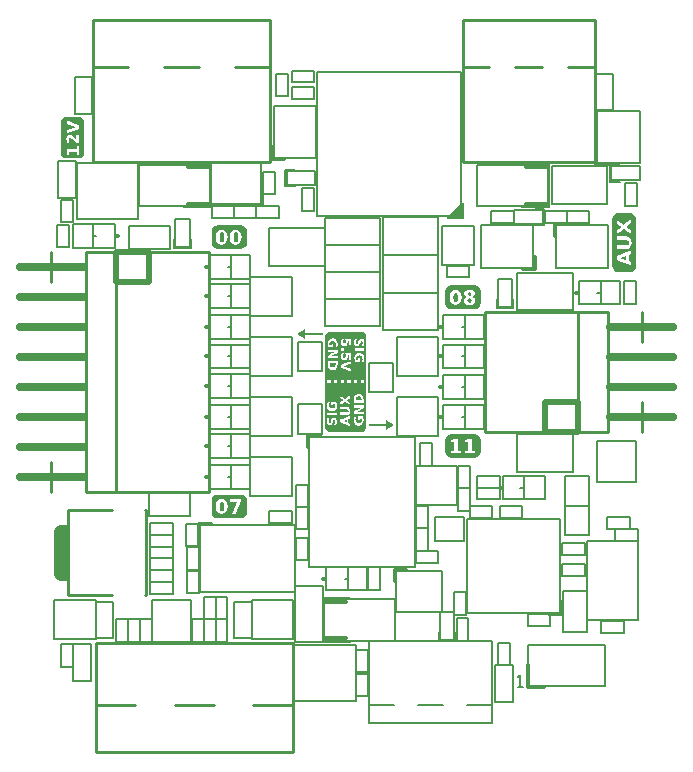
<source format=gbr>
G04 start of page 10 for group -4079 idx -4079 *
G04 Title: (unknown), topsilk *
G04 Creator: pcb 1.99z *
G04 CreationDate: Wed 03 Sep 2014 19:40:39 GMT UTC *
G04 For: rbarlow *
G04 Format: Gerber/RS-274X *
G04 PCB-Dimensions (mm): 70.00 74.00 *
G04 PCB-Coordinate-Origin: lower left *
%MOMM*%
%FSLAX43Y43*%
%LNTOPSILK*%
%ADD145C,1.250*%
%ADD144C,0.500*%
%ADD143C,0.640*%
%ADD142C,0.250*%
%ADD141C,0.350*%
%ADD140C,0.300*%
%ADD139C,0.200*%
%ADD138C,0.150*%
%ADD137C,0.002*%
G54D137*G36*
X11790Y59031D02*X12034Y58943D01*
X11790Y58855D01*
Y59031D01*
G37*
G36*
Y59790D02*X12280D01*
X12474Y59750D01*
X12635Y59642D01*
X12744Y59482D01*
X12784Y59287D01*
Y56792D01*
X12744Y56596D01*
X12635Y56436D01*
X12474Y56327D01*
X12280Y56289D01*
X11790D01*
Y56836D01*
X12122D01*
Y56597D01*
X12306D01*
Y57321D01*
X12122D01*
Y57082D01*
X11790D01*
Y57888D01*
X12111Y57532D01*
X12306D01*
Y58273D01*
X12111D01*
Y57824D01*
X11917Y58044D01*
X11808Y58160D01*
X11790Y58176D01*
Y58595D01*
X12306Y58784D01*
Y59103D01*
X11790Y59292D01*
Y59790D01*
G37*
G36*
X10780Y56792D02*Y59287D01*
X10819Y59482D01*
X10928Y59642D01*
X11088Y59750D01*
X11285Y59790D01*
X11790D01*
Y59292D01*
X11273Y59482D01*
Y59217D01*
X11790Y59031D01*
Y58855D01*
X11273Y58670D01*
Y58405D01*
X11790Y58595D01*
Y58176D01*
X11726Y58229D01*
X11564Y58273D01*
X11433Y58245D01*
X11335Y58167D01*
X11275Y58041D01*
X11256Y57876D01*
X11273Y57708D01*
X11318Y57532D01*
X11549D01*
X11468Y57691D01*
X11442Y57824D01*
X11486Y57956D01*
X11600Y58000D01*
X11688Y57982D01*
X11777Y57902D01*
X11790Y57888D01*
Y57082D01*
X11273D01*
Y56836D01*
X11328Y56597D01*
X11505D01*
X11461Y56836D01*
X11790D01*
Y56289D01*
X11285D01*
X11088Y56327D01*
X10928Y56436D01*
X10819Y56596D01*
X10780Y56792D01*
G37*
G36*
X25590Y27187D02*X25723D01*
X25590Y26900D01*
Y27187D01*
G37*
G36*
Y27805D02*X26049D01*
X26244Y27766D01*
X26403Y27657D01*
X26512Y27498D01*
X26552Y27302D01*
Y26305D01*
X26512Y26111D01*
X26403Y25951D01*
X26244Y25842D01*
X26049Y25802D01*
X25590D01*
Y26229D01*
X26058Y27238D01*
Y27415D01*
X25590D01*
Y27805D01*
G37*
G36*
X24422D02*X25590D01*
Y27415D01*
X25123D01*
Y27187D01*
X25590D01*
Y26900D01*
X25264Y26191D01*
X25572D01*
X25590Y26229D01*
Y25802D01*
X24422D01*
Y26166D01*
X24426Y26165D01*
X24638Y26207D01*
X24796Y26332D01*
X24896Y26532D01*
X24929Y26797D01*
X24896Y27073D01*
X24796Y27276D01*
X24638Y27401D01*
X24426Y27444D01*
X24422Y27443D01*
Y27805D01*
G37*
G36*
X24057D02*X24422D01*
Y27443D01*
X24208Y27401D01*
X24047Y27276D01*
X23948Y27073D01*
X23915Y26797D01*
X23948Y26532D01*
X24047Y26332D01*
X24208Y26207D01*
X24422Y26166D01*
Y25802D01*
X24057D01*
X23861Y25842D01*
X23701Y25951D01*
X23592Y26111D01*
X23554Y26305D01*
Y27302D01*
X23592Y27498D01*
X23701Y27657D01*
X23861Y27766D01*
X24057Y27805D01*
G37*
G36*
X24426Y27223D02*X24511Y27204D01*
X24568Y27135D01*
X24600Y27007D01*
X24612Y26808D01*
X24600Y26606D01*
X24568Y26474D01*
X24511Y26400D01*
X24426Y26376D01*
X24336Y26400D01*
X24277Y26474D01*
X24242Y26606D01*
X24233Y26808D01*
X24242Y27007D01*
X24277Y27135D01*
X24336Y27204D01*
X24426Y27223D01*
G37*
G36*
X45439Y32909D02*X45849D01*
X46044Y32870D01*
X46203Y32762D01*
X46312Y32602D01*
X46352Y32406D01*
Y31410D01*
X46312Y31215D01*
X46203Y31056D01*
X46044Y30947D01*
X45849Y30907D01*
X45439D01*
Y31286D01*
X45875D01*
Y31506D01*
X45593D01*
Y32520D01*
X45439D01*
Y32909D01*
G37*
G36*
X44258D02*X45439D01*
Y32520D01*
X45284D01*
X45003Y32457D01*
Y32247D01*
X45294Y32300D01*
Y31506D01*
X45012D01*
Y31286D01*
X45439D01*
Y30907D01*
X44258D01*
Y31286D01*
X44695D01*
Y31506D01*
X44412D01*
Y32520D01*
X44258D01*
Y32909D01*
G37*
G36*
X43857D02*X44258D01*
Y32520D01*
X44112D01*
X43821Y32457D01*
Y32247D01*
X44112Y32300D01*
Y31506D01*
X43829D01*
Y31286D01*
X44258D01*
Y30907D01*
X43857D01*
X43661Y30947D01*
X43501Y31056D01*
X43392Y31215D01*
X43354Y31410D01*
Y32406D01*
X43392Y32602D01*
X43501Y32762D01*
X43661Y32870D01*
X43857Y32909D01*
G37*
G36*
X25607Y50607D02*X26052D01*
X26247Y50569D01*
X26407Y50460D01*
X26515Y50300D01*
X26555Y50104D01*
Y49108D01*
X26515Y48914D01*
X26407Y48754D01*
X26247Y48645D01*
X26052Y48605D01*
X25607D01*
Y48968D01*
X25819Y49010D01*
X25982Y49134D01*
X26081Y49334D01*
X26114Y49600D01*
X26081Y49876D01*
X25982Y50078D01*
X25819Y50204D01*
X25607Y50245D01*
Y50607D01*
G37*
G36*
X24425D02*X25607D01*
Y50245D01*
X25603Y50246D01*
X25390Y50204D01*
X25232Y50078D01*
X25133Y49876D01*
X25100Y49600D01*
X25133Y49334D01*
X25232Y49134D01*
X25390Y49010D01*
X25603Y48967D01*
X25607Y48968D01*
Y48605D01*
X24425D01*
Y48968D01*
X24430Y48967D01*
X24641Y49010D01*
X24800Y49134D01*
X24899Y49334D01*
X24932Y49600D01*
X24899Y49876D01*
X24800Y50078D01*
X24641Y50204D01*
X24430Y50246D01*
X24425Y50245D01*
Y50607D01*
G37*
G36*
X24060D02*X24425D01*
Y50245D01*
X24211Y50204D01*
X24050Y50078D01*
X23951Y49876D01*
X23918Y49600D01*
X23951Y49334D01*
X24050Y49134D01*
X24211Y49010D01*
X24425Y48968D01*
Y48605D01*
X24060D01*
X23864Y48645D01*
X23704Y48754D01*
X23595Y48914D01*
X23557Y49108D01*
Y50104D01*
X23595Y50300D01*
X23704Y50460D01*
X23864Y50569D01*
X24060Y50607D01*
G37*
G36*
X25603Y50026D02*X25693Y50006D01*
X25753Y49938D01*
X25785Y49809D01*
X25798Y49611D01*
X25785Y49408D01*
X25753Y49276D01*
X25691Y49203D01*
X25603Y49178D01*
X25518Y49203D01*
X25461Y49276D01*
X25428Y49408D01*
X25417Y49611D01*
X25428Y49809D01*
X25461Y49938D01*
X25518Y50006D01*
X25603Y50026D01*
G37*
G36*
X24430D02*X24514Y50006D01*
X24571Y49938D01*
X24603Y49809D01*
X24615Y49611D01*
X24603Y49408D01*
X24571Y49276D01*
X24514Y49203D01*
X24430Y49178D01*
X24340Y49203D01*
X24280Y49276D01*
X24247Y49408D01*
X24236Y49611D01*
X24247Y49809D01*
X24280Y49938D01*
X24340Y50006D01*
X24430Y50026D01*
G37*
G36*
X30795Y41401D02*X31487Y41800D01*
Y41504D01*
X32951D01*
Y41302D01*
X31487D01*
Y41001D01*
X30795Y41401D01*
G37*
G36*
X39018Y33700D02*X38326Y33301D01*
Y33605D01*
X36860D01*
Y33799D01*
X38326D01*
Y34101D01*
X39018Y33700D01*
G37*
G36*
X34875Y35040D02*X34954D01*
X35104Y35006D01*
X35148Y34900D01*
X35104Y34785D01*
X34954Y34758D01*
X34875D01*
Y35040D01*
G37*
G36*
X36004Y35164D02*X36154D01*
X36004Y35084D01*
Y35164D01*
G37*
G36*
Y34114D02*X36100D01*
Y34246D01*
X36259D01*
X36268Y34194D01*
X36277Y34132D01*
X36259Y34022D01*
X36206Y33938D01*
X36120Y33891D01*
X36004Y33876D01*
X36004Y33876D01*
Y34114D01*
G37*
G36*
X36312Y40796D02*X36321Y40791D01*
X36339Y40677D01*
X36321Y40552D01*
X36312Y40525D01*
Y40796D01*
G37*
G36*
Y39401D02*X36339Y39327D01*
X36321Y39195D01*
X36312Y39174D01*
Y39401D01*
G37*
G36*
Y41571D02*X36348Y41564D01*
X36508Y41455D01*
X36616Y41295D01*
X36656Y41099D01*
Y33603D01*
X36616Y33409D01*
X36508Y33249D01*
X36348Y33140D01*
X36312Y33132D01*
Y33779D01*
X36312Y33780D01*
X36398Y33921D01*
X36427Y34106D01*
X36409Y34282D01*
X36357Y34441D01*
X36312D01*
Y34626D01*
X36419D01*
Y34830D01*
X36312D01*
Y35072D01*
X36419Y35128D01*
Y35367D01*
X36312D01*
Y35579D01*
X36419D01*
Y35800D01*
X36410Y35964D01*
X36391Y36081D01*
X36312Y36212D01*
Y37263D01*
X36453D01*
Y37546D01*
X36312D01*
Y39053D01*
X36435D01*
X36479Y39195D01*
X36497Y39354D01*
X36468Y39544D01*
X36383Y39688D01*
X36312Y39737D01*
Y39971D01*
X36479D01*
Y40182D01*
X36312D01*
Y40420D01*
X36453D01*
X36479Y40570D01*
X36497Y40711D01*
X36478Y40843D01*
X36427Y40941D01*
X36348Y41000D01*
X36312Y41007D01*
Y41571D01*
G37*
G36*
Y40182D02*X36004D01*
Y40406D01*
X36066Y40430D01*
X36154Y40623D01*
X36170Y40711D01*
X36206Y40799D01*
X36250Y40827D01*
X36312Y40796D01*
Y40525D01*
X36277Y40420D01*
X36312D01*
Y40182D01*
G37*
G36*
Y39737D02*X36245Y39782D01*
X36066Y39812D01*
X36004Y39801D01*
Y39971D01*
X36312D01*
Y39737D01*
G37*
G36*
Y36212D02*X36295Y36240D01*
X36170Y36319D01*
X36004Y36355D01*
X36004Y36355D01*
Y39027D01*
X36110D01*
Y39354D01*
X36004D01*
Y39582D01*
X36066Y39592D01*
X36182Y39574D01*
X36268Y39520D01*
X36312Y39401D01*
Y39174D01*
X36259Y39053D01*
X36312D01*
Y37546D01*
X36170D01*
Y37263D01*
X36312D01*
Y36212D01*
G37*
G36*
Y35367D02*X36004D01*
Y35579D01*
X36312D01*
Y35367D01*
G37*
G36*
Y34830D02*X36004D01*
Y34909D01*
X36312Y35072D01*
Y34830D01*
G37*
G36*
Y34441D02*X36004D01*
Y34626D01*
X36312D01*
Y34441D01*
G37*
G36*
Y33132D02*X36154Y33100D01*
X36004D01*
Y33655D01*
X36004Y33655D01*
X36178Y33688D01*
X36312Y33779D01*
Y33132D01*
G37*
G36*
X36004Y41602D02*X36154D01*
X36312Y41571D01*
Y41007D01*
X36242Y41020D01*
X36082Y40967D01*
X36004Y40802D01*
Y41602D01*
G37*
G36*
Y39354D02*X35968D01*
Y39221D01*
X35810D01*
X35801Y39274D01*
X35792Y39336D01*
X35862Y39520D01*
X35949Y39573D01*
X36004Y39582D01*
Y39354D01*
G37*
G36*
Y34830D02*X35854D01*
X36004Y34909D01*
Y34830D01*
G37*
G36*
X35748Y33737D02*X35823Y33687D01*
X36004Y33655D01*
Y33100D01*
X35748D01*
Y33737D01*
G37*
G36*
Y34626D02*X36004D01*
Y34441D01*
X35960D01*
Y34114D01*
X36004D01*
Y33876D01*
X35801Y33947D01*
X35748Y34090D01*
Y34274D01*
X35810Y34415D01*
X35748D01*
Y34626D01*
G37*
G36*
Y35164D02*X36004D01*
Y35084D01*
X35748Y34948D01*
Y35164D01*
G37*
G36*
Y35579D02*X36004D01*
Y35367D01*
X35748D01*
Y35579D01*
G37*
G36*
Y39027D02*X36004D01*
Y36355D01*
X35836Y36319D01*
X35748Y36263D01*
Y37263D01*
X35890D01*
Y37546D01*
X35748D01*
Y39027D01*
G37*
G36*
Y39971D02*X36004D01*
Y39801D01*
X35890Y39781D01*
X35757Y39688D01*
X35748Y39674D01*
Y39971D01*
G37*
G36*
Y40422D02*X35787Y40393D01*
X35906Y40368D01*
X36004Y40406D01*
Y40182D01*
X35748D01*
Y40422D01*
G37*
G36*
Y41602D02*X36004D01*
Y40802D01*
X35994Y40782D01*
X35978Y40703D01*
X35942Y40596D01*
X35880Y40578D01*
X35818Y40614D01*
X35792Y40720D01*
X35818Y40861D01*
X35880Y41011D01*
X35748D01*
Y41602D01*
G37*
G36*
Y34090D02*X35730Y34140D01*
X35748Y34273D01*
X35748Y34274D01*
Y34090D01*
G37*
G36*
X35183Y41602D02*X35748D01*
Y41011D01*
X35695D01*
X35651Y40853D01*
X35641Y40694D01*
X35655Y40554D01*
X35703Y40456D01*
X35748Y40422D01*
Y40182D01*
X35659D01*
Y39971D01*
X35748D01*
Y39674D01*
X35670Y39548D01*
X35641Y39362D01*
X35659Y39185D01*
X35721Y39027D01*
X35748D01*
Y37546D01*
X35607D01*
Y37263D01*
X35748D01*
Y36263D01*
X35713Y36240D01*
X35615Y36081D01*
X35589Y35800D01*
Y35579D01*
X35748D01*
Y35367D01*
X35589D01*
Y35164D01*
X35748D01*
Y34948D01*
X35589Y34864D01*
Y34626D01*
X35748D01*
Y34415D01*
X35633D01*
X35589Y34273D01*
X35581Y34114D01*
X35604Y33924D01*
X35686Y33780D01*
X35748Y33737D01*
Y33100D01*
X35183D01*
Y33642D01*
X35289Y33603D01*
Y33823D01*
X35183Y33855D01*
Y34218D01*
X35289Y34256D01*
Y34467D01*
X35183Y34429D01*
Y34605D01*
X35218Y34626D01*
X35279Y34740D01*
X35298Y34900D01*
X35279Y35055D01*
X35218Y35164D01*
X35183Y35185D01*
Y35448D01*
X35289Y35375D01*
Y35596D01*
X35183Y35668D01*
Y35911D01*
X35289Y35984D01*
Y36205D01*
X35183Y36132D01*
Y37263D01*
X35324D01*
Y37546D01*
X35183D01*
Y38296D01*
X35351Y38233D01*
Y38445D01*
X35183Y38506D01*
Y38826D01*
X35351Y38886D01*
Y39097D01*
X35183Y39034D01*
Y39600D01*
X35192D01*
Y39239D01*
X35351D01*
Y39768D01*
X35183D01*
Y40809D01*
X35192D01*
Y40456D01*
X35351D01*
Y40985D01*
X35183D01*
Y41602D01*
G37*
G36*
Y39768D02*X34883D01*
X34928Y39652D01*
X34936Y39556D01*
X34902Y39432D01*
X34875Y39421D01*
Y40409D01*
X34915Y40418D01*
X35007Y40482D01*
X35061Y40580D01*
X35078Y40711D01*
Y40765D01*
X35068Y40809D01*
X35183D01*
Y39768D01*
G37*
G36*
Y39034D02*X34875Y38918D01*
Y39193D01*
X34915Y39201D01*
X35007Y39265D01*
X35061Y39363D01*
X35078Y39494D01*
Y39548D01*
X35068Y39600D01*
X35183D01*
Y39034D01*
G37*
G36*
Y38506D02*X34875Y38618D01*
Y38714D01*
X35183Y38826D01*
Y38506D01*
G37*
G36*
Y36132D02*X34875Y35920D01*
Y38412D01*
X35183Y38296D01*
Y37546D01*
X35042D01*
Y37263D01*
X35183D01*
Y36132D01*
G37*
G36*
Y35668D02*X35007Y35790D01*
X35183Y35911D01*
Y35668D01*
G37*
G36*
Y35185D02*X35108Y35230D01*
X34954Y35252D01*
X34875D01*
Y35661D01*
X35183Y35448D01*
Y35185D01*
G37*
G36*
Y34429D02*X34875Y34318D01*
Y34537D01*
X34954D01*
X35108Y34561D01*
X35183Y34605D01*
Y34429D01*
G37*
G36*
Y33855D02*X35140Y33868D01*
Y34202D01*
X35183Y34218D01*
Y33855D01*
G37*
G36*
Y33100D02*X34875D01*
Y33757D01*
X35183Y33642D01*
Y33100D01*
G37*
G36*
X34875Y41602D02*X35183D01*
Y40985D01*
X34883D01*
X34928Y40871D01*
X34936Y40773D01*
X34902Y40650D01*
X34875Y40639D01*
Y41602D01*
G37*
G36*
Y38618D02*X34743Y38666D01*
X34875Y38714D01*
Y38618D01*
G37*
G36*
X33746Y39873D02*X33966D01*
X33746Y39756D01*
Y39873D01*
G37*
G36*
Y35349D02*X33843D01*
Y35481D01*
X34002D01*
X34010Y35429D01*
X34019Y35367D01*
X34002Y35257D01*
X33949Y35173D01*
X33861Y35126D01*
X33746Y35110D01*
Y35349D01*
G37*
G36*
X34619Y33852D02*X34875Y33757D01*
Y33100D01*
X34619D01*
Y33852D01*
G37*
G36*
Y34537D02*X34875D01*
Y34318D01*
X34619Y34225D01*
Y34537D01*
G37*
G36*
Y35040D02*X34875D01*
Y34758D01*
X34619D01*
Y35040D01*
G37*
G36*
Y35495D02*X34865Y35667D01*
X34875Y35661D01*
Y35252D01*
X34619D01*
Y35495D01*
G37*
G36*
Y35861D02*X34725Y35790D01*
X34619Y35719D01*
Y35861D01*
G37*
G36*
Y38509D02*X34875Y38412D01*
Y35920D01*
X34865Y35914D01*
X34619Y36086D01*
Y37263D01*
X34760D01*
Y37546D01*
X34619D01*
Y38509D01*
G37*
G36*
Y39246D02*X34674Y39203D01*
X34795Y39177D01*
X34875Y39193D01*
Y38918D01*
X34619Y38822D01*
Y39246D01*
G37*
G36*
Y40456D02*X34674Y40416D01*
X34795Y40394D01*
X34875Y40409D01*
Y39421D01*
X34795Y39388D01*
X34689Y39432D01*
X34655Y39556D01*
X34671Y39670D01*
X34733Y39803D01*
X34619D01*
Y40005D01*
X34743D01*
Y40200D01*
X34619D01*
Y40456D01*
G37*
G36*
Y41602D02*X34875D01*
Y40639D01*
X34795Y40606D01*
X34689Y40650D01*
X34655Y40773D01*
X34671Y40887D01*
X34733Y41011D01*
X34619D01*
Y41602D01*
G37*
G36*
X34055Y40634D02*X34081Y40562D01*
X34064Y40430D01*
X34055Y40410D01*
Y40634D01*
G37*
G36*
Y41602D02*X34619D01*
Y41011D01*
X34566D01*
X34522Y40879D01*
X34513Y40738D01*
X34529Y40592D01*
X34583Y40482D01*
X34619Y40456D01*
Y40200D01*
X34531D01*
Y40005D01*
X34619D01*
Y39803D01*
X34566D01*
X34522Y39662D01*
X34513Y39520D01*
X34529Y39380D01*
X34583Y39274D01*
X34619Y39246D01*
Y38822D01*
X34531Y38789D01*
Y38542D01*
X34619Y38509D01*
Y37546D01*
X34478D01*
Y37263D01*
X34619D01*
Y36086D01*
X34460Y36196D01*
Y35966D01*
X34619Y35861D01*
Y35719D01*
X34460Y35614D01*
Y35385D01*
X34619Y35495D01*
Y35252D01*
X34460D01*
Y35040D01*
X34619D01*
Y34758D01*
X34460D01*
Y34537D01*
X34619D01*
Y34225D01*
X34460Y34168D01*
Y33912D01*
X34619Y33852D01*
Y33100D01*
X34055D01*
Y33691D01*
X34116D01*
X34160Y33850D01*
X34170Y34000D01*
X34154Y34144D01*
X34108Y34246D01*
X34055Y34287D01*
Y34521D01*
X34160D01*
Y34731D01*
X34055D01*
Y35016D01*
X34141Y35156D01*
X34170Y35341D01*
X34152Y35517D01*
X34098Y35676D01*
X34055D01*
Y37263D01*
X34196D01*
Y37546D01*
X34055D01*
Y38431D01*
X34108Y38462D01*
X34196Y38622D01*
X34222Y38903D01*
Y39123D01*
X34055D01*
Y39336D01*
X34222D01*
Y39538D01*
X34055D01*
Y39750D01*
X34222Y39839D01*
Y40067D01*
X34055D01*
Y40288D01*
X34178D01*
X34222Y40430D01*
X34240Y40588D01*
X34211Y40778D01*
X34126Y40923D01*
X34055Y40971D01*
Y41602D01*
G37*
G36*
Y40067D02*X33746D01*
Y40262D01*
X33851D01*
Y40588D01*
X33746D01*
Y40817D01*
X33807Y40827D01*
X33923Y40809D01*
X34010Y40755D01*
X34055Y40634D01*
Y40410D01*
X34002Y40288D01*
X34055D01*
Y40067D01*
G37*
G36*
Y39538D02*X33746D01*
Y39585D01*
X34055Y39750D01*
Y39538D01*
G37*
G36*
Y39123D02*X33746D01*
Y39336D01*
X34055D01*
Y39123D01*
G37*
G36*
Y35676D02*X33746D01*
Y38361D01*
X33807Y38348D01*
X33975Y38384D01*
X34055Y38431D01*
Y37546D01*
X33913D01*
Y37263D01*
X34055D01*
Y35676D01*
G37*
G36*
Y34731D02*X33746D01*
Y34890D01*
X33920Y34923D01*
X34054Y35014D01*
X34055Y35016D01*
Y34731D01*
G37*
G36*
Y34287D02*X34022Y34311D01*
X33905Y34335D01*
X33746Y34273D01*
Y34521D01*
X34055D01*
Y34287D01*
G37*
G36*
Y33100D02*X33746D01*
Y33771D01*
X33817Y33920D01*
X33833Y34000D01*
X33869Y34096D01*
X33931Y34124D01*
X33993Y34088D01*
X34019Y33982D01*
X34002Y33841D01*
X33931Y33691D01*
X34055D01*
Y33100D01*
G37*
G36*
X33746Y41602D02*X34055D01*
Y40971D01*
X33986Y41017D01*
X33807Y41047D01*
X33746Y41036D01*
Y41602D01*
G37*
G36*
Y40588D02*X33711D01*
Y40456D01*
X33552D01*
X33543Y40508D01*
X33534Y40570D01*
X33605Y40755D01*
X33690Y40807D01*
X33746Y40817D01*
Y40588D01*
G37*
G36*
Y39538D02*X33657D01*
X33746Y39585D01*
Y39538D01*
G37*
G36*
X33499Y33696D02*X33569Y33683D01*
X33729Y33735D01*
X33746Y33771D01*
Y33100D01*
X33657D01*
X33499Y33132D01*
Y33696D01*
G37*
G36*
Y34521D02*X33746D01*
Y34273D01*
X33745Y34273D01*
X33657Y34080D01*
X33640Y33992D01*
X33613Y33894D01*
X33561Y33876D01*
X33499Y33907D01*
Y34167D01*
X33534Y34273D01*
X33499D01*
Y34521D01*
G37*
G36*
Y34966D02*X33565Y34922D01*
X33745Y34890D01*
X33746Y34890D01*
Y34731D01*
X33499D01*
Y34966D01*
G37*
G36*
Y38493D02*X33516Y38462D01*
X33640Y38384D01*
X33746Y38361D01*
Y35676D01*
X33701D01*
Y35349D01*
X33746D01*
Y35110D01*
X33745Y35110D01*
X33628Y35130D01*
X33543Y35182D01*
X33499Y35302D01*
Y35528D01*
X33552Y35649D01*
X33499D01*
Y37263D01*
X33640D01*
Y37546D01*
X33499D01*
Y38493D01*
G37*
G36*
Y39336D02*X33746D01*
Y39123D01*
X33499D01*
Y39336D01*
G37*
G36*
Y39873D02*X33746D01*
Y39756D01*
X33499Y39625D01*
Y39873D01*
G37*
G36*
Y40262D02*X33746D01*
Y40067D01*
X33499D01*
Y40262D01*
G37*
G36*
X33657Y41602D02*X33746D01*
Y41036D01*
X33632Y41015D01*
X33499Y40924D01*
Y41571D01*
X33657Y41602D01*
G37*
G36*
X33499Y33907D02*X33490Y33912D01*
X33472Y34026D01*
X33490Y34140D01*
X33499Y34167D01*
Y33907D01*
G37*
G36*
Y35302D02*X33472Y35375D01*
X33490Y35507D01*
X33499Y35528D01*
Y35302D01*
G37*
G36*
Y40924D02*X33499Y40923D01*
X33412Y40782D01*
X33384Y40596D01*
X33402Y40420D01*
X33464Y40262D01*
X33499D01*
Y40067D01*
X33402D01*
Y39873D01*
X33499D01*
Y39625D01*
X33402Y39574D01*
Y39336D01*
X33499D01*
Y39123D01*
X33402D01*
Y38903D01*
X33408Y38740D01*
X33428Y38622D01*
X33499Y38493D01*
Y37546D01*
X33358D01*
Y37263D01*
X33499D01*
Y35649D01*
X33376D01*
X33332Y35507D01*
X33322Y35349D01*
X33346Y35159D01*
X33428Y35014D01*
X33499Y34966D01*
Y34731D01*
X33332D01*
Y34521D01*
X33499D01*
Y34273D01*
X33358D01*
X33332Y34132D01*
X33322Y33992D01*
X33336Y33861D01*
X33384Y33761D01*
X33461Y33704D01*
X33499Y33696D01*
Y33132D01*
X33461Y33140D01*
X33302Y33249D01*
X33194Y33409D01*
X33156Y33603D01*
Y41099D01*
X33194Y41295D01*
X33302Y41455D01*
X33461Y41564D01*
X33499Y41571D01*
Y40924D01*
G37*
G36*
X34980Y34150D02*Y33920D01*
X34655Y34036D01*
X34980Y34150D01*
G37*
G36*
X36004Y36134D02*X36188Y36064D01*
X36235Y35977D01*
X36250Y35860D01*
Y35790D01*
X35748D01*
Y35860D01*
X35765Y35979D01*
X35818Y36064D01*
X36004Y36134D01*
G37*
G36*
X33561Y38912D02*X34064D01*
Y38832D01*
X34044Y38721D01*
X33993Y38638D01*
X33807Y38568D01*
X33623Y38638D01*
X33574Y38721D01*
X33561Y38832D01*
Y38912D01*
G37*
G36*
X58486Y49355D02*X58607D01*
X58738Y49341D01*
X58827Y49302D01*
X58874Y49239D01*
X58889Y49142D01*
X58874Y49043D01*
X58827Y48976D01*
X58738Y48936D01*
X58607Y48922D01*
X58486D01*
Y49355D01*
G37*
G36*
Y51656D02*X58996D01*
X59190Y51616D01*
X59351Y51509D01*
X59460Y51349D01*
X59500Y51154D01*
Y47150D01*
X59460Y46954D01*
X59351Y46794D01*
X59190Y46686D01*
X58996Y46647D01*
X58486D01*
Y47432D01*
X59103Y47202D01*
Y47521D01*
X58882Y47599D01*
Y48102D01*
X59103Y48182D01*
Y48499D01*
X58486Y48270D01*
Y48605D01*
X58607D01*
X58834Y48638D01*
X58996Y48737D01*
X59093Y48906D01*
X59128Y49142D01*
X59093Y49375D01*
X58996Y49540D01*
X58834Y49639D01*
X58607Y49672D01*
X58486D01*
Y50282D01*
X59103Y49858D01*
Y50193D01*
X58677Y50483D01*
X59103Y50766D01*
Y51101D01*
X58486Y50677D01*
Y51656D01*
G37*
G36*
X57496Y47150D02*Y51154D01*
X57535Y51349D01*
X57644Y51509D01*
X57804Y51616D01*
X58001Y51656D01*
X58486D01*
Y50677D01*
X58475Y50670D01*
X57868Y51083D01*
Y50748D01*
X58265Y50483D01*
X57868Y50211D01*
Y49876D01*
X58475Y50289D01*
X58486Y50282D01*
Y49672D01*
X57868D01*
Y49355D01*
X58486D01*
Y48922D01*
X57868D01*
Y48605D01*
X58486D01*
Y48270D01*
X57868Y48040D01*
Y47661D01*
X58486Y47432D01*
Y46647D01*
X58001D01*
X57804Y46686D01*
X57644Y46794D01*
X57535Y46954D01*
X57496Y47150D01*
G37*
G36*
X58158Y47856D02*X58651Y48024D01*
Y47679D01*
X58158Y47856D01*
G37*
G36*
X45398Y44439D02*X45539Y44389D01*
X45583Y44248D01*
X45539Y44106D01*
X45398Y44062D01*
X45266Y44106D01*
X45212Y44248D01*
X45266Y44389D01*
X45398Y44439D01*
G37*
G36*
Y44944D02*X45513Y44900D01*
X45557Y44793D01*
X45513Y44679D01*
X45398Y44636D01*
X45284Y44679D01*
X45240Y44793D01*
X45284Y44900D01*
X45398Y44944D01*
G37*
G36*
X45398Y45509D02*X45848D01*
X46042Y45470D01*
X46202Y45362D01*
X46311Y45201D01*
X46351Y45006D01*
Y44010D01*
X46311Y43815D01*
X46202Y43656D01*
X46042Y43547D01*
X45848Y43507D01*
X45398D01*
Y43860D01*
X45398Y43860D01*
X45608Y43884D01*
X45760Y43954D01*
X45852Y44072D01*
X45883Y44230D01*
X45822Y44433D01*
X45627Y44547D01*
X45804Y44645D01*
X45857Y44821D01*
X45828Y44959D01*
X45742Y45057D01*
X45597Y45123D01*
X45398Y45145D01*
X45398Y45145D01*
Y45509D01*
G37*
G36*
X44220D02*X45398D01*
Y45145D01*
X45199Y45123D01*
X45054Y45057D01*
X44967Y44959D01*
X44940Y44821D01*
X45002Y44645D01*
X45168Y44547D01*
X44975Y44433D01*
X44913Y44230D01*
X44944Y44072D01*
X45036Y43954D01*
X45188Y43884D01*
X45398Y43860D01*
Y43507D01*
X44220D01*
Y43861D01*
X44226Y43860D01*
X44437Y43902D01*
X44595Y44028D01*
X44694Y44230D01*
X44727Y44503D01*
X44694Y44777D01*
X44595Y44980D01*
X44437Y45105D01*
X44226Y45145D01*
X44220Y45144D01*
Y45509D01*
G37*
G36*
X43855D02*X44220D01*
Y45144D01*
X44007Y45105D01*
X43845Y44980D01*
X43746Y44777D01*
X43713Y44503D01*
X43746Y44230D01*
X43845Y44028D01*
X44007Y43902D01*
X44220Y43861D01*
Y43507D01*
X43855D01*
X43659Y43547D01*
X43500Y43656D01*
X43391Y43815D01*
X43352Y44010D01*
Y45006D01*
X43391Y45201D01*
X43500Y45362D01*
X43659Y45470D01*
X43855Y45509D01*
G37*
G36*
X44226Y44925D02*X44310Y44901D01*
X44366Y44830D01*
X44398Y44702D01*
X44410Y44503D01*
X44398Y44306D01*
X44366Y44175D01*
X44310Y44105D01*
X44226Y44080D01*
X44135Y44105D01*
X44075Y44175D01*
X44042Y44306D01*
X44032Y44503D01*
X44042Y44702D01*
X44075Y44830D01*
X44135Y44901D01*
X44226Y44925D01*
G37*
G54D138*X49500Y12343D02*X49703Y12546D01*
Y11530D01*
X49500D02*X49881D01*
X43450Y46200D02*X45350D01*
X43450Y47200D02*X45350D01*
Y46200D01*
X43450Y47200D02*Y46200D01*
G54D139*X43050Y50550D02*X45750D01*
X43050Y47250D02*X45750D01*
X43050Y50550D02*Y47250D01*
X45750Y50550D02*Y47250D01*
X46400Y47000D02*X50800D01*
X46400Y50600D02*X50800D01*
Y47000D01*
X46400Y50600D02*Y47000D01*
G54D140*X50900Y47900D02*Y46900D01*
X49900D02*X50900D01*
G54D138*X47250Y51800D02*X49150D01*
X47250Y50800D02*X49150D01*
X47250Y51800D02*Y50800D01*
X49150Y51800D02*Y50800D01*
G54D139*X52350Y55600D02*X57050D01*
X52350Y52400D02*X57050D01*
X52350Y55600D02*Y52400D01*
X57050Y55600D02*Y52400D01*
X46000Y55750D02*X52000D01*
X46000Y52250D02*X52000D01*
X46000Y55750D02*Y52250D01*
X52000Y55750D02*Y52250D01*
X52100Y55850D02*Y52150D01*
X49800Y55850D02*X52100D01*
G54D141*X50200Y55550D02*X51900D01*
G54D139*X49800Y52150D02*X52100D01*
G54D141*X50200Y52450D02*X51900D01*
G54D142*X44800Y68000D02*Y56000D01*
X56000Y68000D02*Y56000D01*
X44800D02*X56000D01*
X44800Y68000D02*X56000D01*
X53760Y64000D02*X56000D01*
X49280D02*X51520D01*
X44800D02*X47040D01*
G54D139*X57550Y63450D02*Y60350D01*
X56050Y63450D02*Y60350D01*
Y63450D02*X57550D01*
X56050Y60350D02*X57550D01*
G54D138*X58600Y54150D02*Y52250D01*
X59600Y54150D02*Y52250D01*
X58600D02*X59600D01*
X58600Y54150D02*X59600D01*
G54D139*X56200Y60300D02*Y55900D01*
X59800Y60300D02*Y55900D01*
X56200D02*X59800D01*
X56200Y60300D02*X59800D01*
G54D140*X56100Y55800D02*X57100D01*
X56100Y56800D02*Y55800D01*
G54D138*X57400Y54400D02*X59800D01*
X57400Y55600D02*X59800D01*
Y54400D01*
X57400Y55600D02*Y54400D01*
X57300Y55700D02*Y54300D01*
X58100D01*
X57300Y55700D02*X58100D01*
G54D139*X33150Y42050D02*X37850D01*
X33150Y44350D02*X37850D01*
Y42050D01*
X33150Y44350D02*Y42050D01*
Y44350D02*X37850D01*
X33150Y46650D02*X37850D01*
Y44350D01*
X33150Y46650D02*Y44350D01*
G54D138*X31200Y53750D02*Y51850D01*
X32200Y53750D02*Y51850D01*
X31200D02*X32200D01*
X31200Y53750D02*X32200D01*
X32480Y51420D02*X44680D01*
X32480Y63620D02*X44680D01*
X32480D02*Y51420D01*
X44680Y63620D02*Y51420D01*
X44880Y52520D02*Y51220D01*
X43580D02*X44880D01*
Y52520D02*X43580Y51220D01*
X44880Y52320D02*X43780Y51220D01*
X44880Y52120D02*X43980Y51220D01*
X44880Y51920D02*X44180Y51220D01*
X44880Y51720D02*X44380Y51220D01*
X44880Y51520D02*X44580Y51220D01*
X44880Y51320D02*X44780Y51220D01*
G54D139*X33150Y46650D02*X37850D01*
X33150Y48950D02*X37850D01*
Y46650D01*
X33150Y48950D02*Y46650D01*
Y48950D02*X37850D01*
X33150Y51250D02*X37850D01*
Y48950D01*
X33150Y51250D02*Y48950D01*
X38050Y51300D02*X42750D01*
X38050Y48100D02*X42750D01*
X38050Y51300D02*Y48100D01*
X42750Y51300D02*Y48100D01*
X38050D02*X42750D01*
X38050Y44900D02*X42750D01*
X38050Y48100D02*Y44900D01*
X42750Y48100D02*Y44900D01*
X38050D02*X42750D01*
X38050Y41700D02*X42750D01*
X38050Y44900D02*Y41700D01*
X42750Y44900D02*Y41700D01*
X43150Y43000D02*X46650D01*
X43150Y41000D02*X46650D01*
X43150Y43000D02*Y41000D01*
X46650Y43000D02*Y41000D01*
G54D140*X42900Y42000D02*X43050D01*
G54D139*X45025Y43000D02*Y41000D01*
X44725Y42000D02*X45025D01*
G54D138*X51750Y51800D02*X53650D01*
X51750Y50800D02*X53650D01*
X51750Y51800D02*Y50800D01*
X53650Y51800D02*Y50800D01*
X55550D01*
X53650Y51800D02*X55550D01*
Y50800D01*
X53650Y51800D02*Y50800D01*
G54D139*X52700Y50600D02*X57100D01*
X52700Y47000D02*X57100D01*
X52700Y50600D02*Y47000D01*
X57100Y50600D02*Y47000D01*
G54D140*X52600Y50700D02*Y49700D01*
Y50700D02*X53600D01*
G54D138*X49200Y51900D02*X51600D01*
X49200Y50700D02*X51600D01*
X49200Y51900D02*Y50700D01*
X51600Y51900D02*Y50700D01*
X51700Y52000D02*Y50600D01*
X50900Y52000D02*X51700D01*
X50900Y50600D02*X51700D01*
X49000Y46100D02*Y43700D01*
X47800Y46100D02*Y43700D01*
Y46100D02*X49000D01*
X47800Y43700D02*X49000D01*
X47700Y43600D02*X49100D01*
Y44400D02*Y43600D01*
X47700Y44400D02*Y43600D01*
X58500Y45850D02*Y43950D01*
X59500Y45850D02*Y43950D01*
X58500D02*X59500D01*
X58500Y45850D02*X59500D01*
G54D139*X54650Y45900D02*X58150D01*
X54650Y43900D02*X58150D01*
X54650Y45900D02*Y43900D01*
X58150Y45900D02*Y43900D01*
G54D140*X54400Y44900D02*X54550D01*
G54D139*X56525Y45900D02*Y43900D01*
X56225Y44900D02*X56525D01*
X49450Y43400D02*X54150D01*
X49450Y46600D02*X54150D01*
Y43400D01*
X49450Y46600D02*Y43400D01*
G54D138*X30350Y62700D02*X32250D01*
X30350Y63700D02*X32250D01*
Y62700D01*
X30350Y63700D02*Y62700D01*
Y62300D02*X32250D01*
X30350Y61300D02*X32250D01*
X30350Y62300D02*Y61300D01*
X32250Y62300D02*Y61300D01*
X30000Y63450D02*Y61550D01*
X29000Y63450D02*Y61550D01*
Y63450D02*X30000D01*
X29000Y61550D02*X30000D01*
G54D139*X28800Y60700D02*Y56300D01*
X32400Y60700D02*Y56300D01*
X28800D02*X32400D01*
X28800Y60700D02*X32400D01*
G54D140*X28700Y56200D02*X29700D01*
X28700Y57200D02*Y56200D01*
G54D138*X29900Y54000D02*X32300D01*
X29900Y55200D02*X32300D01*
Y54000D01*
X29900Y55200D02*Y54000D01*
X29800Y55300D02*Y53900D01*
X30600D01*
X29800Y55300D02*X30600D01*
G54D139*X23500Y52450D02*X27700D01*
X23500Y55950D02*X27700D01*
Y52450D01*
X23500Y55950D02*Y52450D01*
G54D140*X27800Y53350D02*Y52350D01*
X26800D02*X27800D01*
G54D139*X17400Y55750D02*X23400D01*
X17400Y52250D02*X23400D01*
X17400Y55750D02*Y52250D01*
X23400Y55750D02*Y52250D01*
X23500Y55850D02*Y52150D01*
X21200Y55850D02*X23500D01*
G54D141*X21600Y55550D02*X23300D01*
G54D139*X21200Y52150D02*X23500D01*
G54D141*X21600Y52450D02*X23300D01*
G54D138*X27900Y55150D02*Y53250D01*
X28900Y55150D02*Y53250D01*
X27900D02*X28900D01*
X27900Y55150D02*X28900D01*
G54D142*X13500Y68000D02*Y56000D01*
X28500Y68000D02*Y56000D01*
X13500D02*X28500D01*
X13500Y68000D02*X28500D01*
X25500Y64000D02*X28500D01*
X19500D02*X22500D01*
X13500D02*X16500D01*
G54D139*X11950Y63150D02*Y60050D01*
X13450Y63150D02*Y60050D01*
X11950D02*X13450D01*
X11950Y63150D02*X13450D01*
G54D138*X10800Y52750D02*Y50850D01*
X11800Y52750D02*Y50850D01*
X10800D02*X11800D01*
X10800Y52750D02*X11800D01*
G54D139*X12050Y56050D02*Y52950D01*
X10550Y56050D02*Y52950D01*
Y56050D02*X12050D01*
X10550Y52950D02*X12050D01*
X17325Y55900D02*Y51100D01*
X12125Y55900D02*Y51100D01*
Y55900D02*X17325D01*
X12125Y51100D02*X17325D01*
G54D138*X11500Y50650D02*Y48750D01*
X10500Y50650D02*Y48750D01*
Y50650D02*X11500D01*
X10500Y48750D02*X11500D01*
G54D139*X11850Y48700D02*X15350D01*
X11850Y50700D02*X15350D01*
Y48700D01*
X11850Y50700D02*Y48700D01*
G54D140*X15450Y49700D02*X15600D01*
G54D139*X13475Y50700D02*Y48700D01*
Y49700D02*X13775D01*
G54D138*X25450Y52200D02*X27350D01*
X25450Y51200D02*X27350D01*
X25450Y52200D02*Y51200D01*
X27350Y52200D02*Y51200D01*
X23550D02*X25450D01*
X23550Y52200D02*X25450D01*
Y51200D01*
X23550Y52200D02*Y51200D01*
X27350Y52200D02*X29250D01*
X27350Y51200D02*X29250D01*
X27350Y52200D02*Y51200D01*
X29250Y52200D02*Y51200D01*
G54D139*X23350Y45600D02*X26850D01*
X23350Y43600D02*X26850D01*
X23350Y45600D02*Y43600D01*
X26850Y45600D02*Y43600D01*
G54D140*X23100Y44600D02*X23250D01*
G54D139*X25225Y45600D02*Y43600D01*
X24925Y44600D02*X25225D01*
X23350Y48100D02*X26850D01*
X23350Y46100D02*X26850D01*
X23350Y48100D02*Y46100D01*
X26850Y48100D02*Y46100D01*
G54D140*X23100Y47100D02*X23250D01*
G54D139*X25225Y48100D02*Y46100D01*
X24925Y47100D02*X25225D01*
X28450Y50400D02*X33150D01*
X28450Y47200D02*X33150D01*
X28450Y50400D02*Y47200D01*
X33150Y50400D02*Y47200D01*
X30350Y41150D02*Y37850D01*
X26850Y41150D02*Y37850D01*
Y41150D02*X30350D01*
X26850Y37850D02*X30350D01*
Y46250D02*Y42950D01*
X26850Y46250D02*Y42950D01*
Y46250D02*X30350D01*
X26850Y42950D02*X30350D01*
X23350Y40500D02*X26850D01*
X23350Y38500D02*X26850D01*
X23350Y40500D02*Y38500D01*
X26850Y40500D02*Y38500D01*
G54D140*X23100Y39500D02*X23250D01*
G54D139*X25225Y40500D02*Y38500D01*
X24925Y39500D02*X25225D01*
X23350Y43000D02*X26850D01*
X23350Y41000D02*X26850D01*
X23350Y43000D02*Y41000D01*
X26850Y43000D02*Y41000D01*
G54D140*X23100Y42000D02*X23250D01*
G54D139*X25225Y43000D02*Y41000D01*
X24925Y42000D02*X25225D01*
X30350Y36050D02*Y32750D01*
X26850Y36050D02*Y32750D01*
Y36050D02*X30350D01*
X26850Y32750D02*X30350D01*
X23350Y32900D02*X26850D01*
X23350Y30900D02*X26850D01*
X23350Y32900D02*Y30900D01*
X26850Y32900D02*Y30900D01*
G54D140*X23100Y31900D02*X23250D01*
G54D139*X25225Y32900D02*Y30900D01*
X24925Y31900D02*X25225D01*
X23350Y35400D02*X26850D01*
X23350Y33400D02*X26850D01*
X23350Y35400D02*Y33400D01*
X26850Y35400D02*Y33400D01*
G54D140*X23100Y34400D02*X23250D01*
G54D139*X25225Y35400D02*Y33400D01*
X24925Y34400D02*X25225D01*
X23350Y38000D02*X26850D01*
X23350Y36000D02*X26850D01*
X23350Y38000D02*Y36000D01*
X26850Y38000D02*Y36000D01*
G54D140*X23100Y37000D02*X23250D01*
G54D139*X25225Y38000D02*Y36000D01*
X24925Y37000D02*X25225D01*
G54D142*X23310Y48350D02*Y28030D01*
X15440Y48350D02*Y28030D01*
X12900Y48350D02*X23310D01*
X12900Y28030D02*X23310D01*
X12900Y48350D02*Y28030D01*
X10000Y48350D02*Y45810D01*
Y30570D02*Y28030D01*
G54D143*X7360Y47080D02*X12710D01*
X7360Y44540D02*X12710D01*
X7360Y42000D02*X12710D01*
X7360Y39460D02*X12710D01*
X7360Y36920D02*X12710D01*
X7360Y34380D02*X12710D01*
X7360Y31840D02*X12710D01*
X7360Y29300D02*X12710D01*
G54D144*X15440Y48350D02*Y45810D01*
X18230Y48350D02*Y45810D01*
X15440Y48350D02*X18230D01*
X15440Y45810D02*X18230D01*
G54D138*X21700Y51180D02*Y48780D01*
X20500Y51180D02*Y48780D01*
Y51180D02*X21700D01*
X20500Y48780D02*X21700D01*
X20400Y48680D02*X21800D01*
Y49480D02*Y48680D01*
X20400Y49480D02*Y48680D01*
G54D139*X16550Y50580D02*X20050D01*
X16550Y48580D02*X20050D01*
X16550Y50580D02*Y48580D01*
X20050Y50580D02*Y48580D01*
G54D138*X40850Y23000D02*X42750D01*
X40850Y22000D02*X42750D01*
X40850Y23000D02*Y22000D01*
X42750Y23000D02*Y22000D01*
X40900Y26850D02*Y24950D01*
X41900Y26850D02*Y24950D01*
X40900D02*X41900D01*
X40900Y26850D02*X41900D01*
Y24950D02*Y23050D01*
X40900Y24950D02*Y23050D01*
Y24950D02*X41900D01*
X40900Y23050D02*X41900D01*
G54D139*X39150Y21350D02*X43050D01*
X39150Y17850D02*X43050D01*
X39150Y21350D02*Y17850D01*
X43050Y21350D02*Y17850D01*
G54D140*X39050Y21450D02*Y20450D01*
Y21450D02*X40050D01*
G54D139*X31800Y32700D02*X40800D01*
X31800Y21700D02*X40800D01*
X31800Y32700D02*Y21700D01*
X40800Y32700D02*Y21700D01*
G54D140*X31700Y32800D02*Y31800D01*
Y32800D02*X32700D01*
G54D138*X31700Y28650D02*Y26750D01*
X30700Y28650D02*Y26750D01*
Y28650D02*X31700D01*
X30700Y26750D02*X31700D01*
G54D139*X33250Y21700D02*X36750D01*
X33250Y19700D02*X36750D01*
X33250Y21700D02*Y19700D01*
X36750Y21700D02*Y19700D01*
G54D140*X33000Y20700D02*X33150D01*
G54D139*X35125Y21700D02*Y19700D01*
X34825Y20700D02*X35125D01*
G54D138*X37800Y21650D02*Y19750D01*
X36800Y21650D02*Y19750D01*
Y21650D02*X37800D01*
X36800Y19750D02*X37800D01*
X30700Y24150D02*Y22250D01*
X31700Y24150D02*Y22250D01*
X30700D02*X31700D01*
X30700Y24150D02*X31700D01*
G54D139*X40850Y30250D02*Y26950D01*
X44350Y30250D02*Y26950D01*
X40850D02*X44350D01*
X40850Y30250D02*X44350D01*
G54D138*X44950Y25900D02*Y23900D01*
X42450Y25900D02*Y23900D01*
Y25900D02*X44950D01*
X42450Y23900D02*X44950D01*
X45400Y30250D02*Y28350D01*
X44400Y30250D02*Y28350D01*
Y30250D02*X45400D01*
X44400Y28350D02*X45400D01*
X45100Y19550D02*Y17650D01*
X44100Y19550D02*Y17650D01*
Y19550D02*X45100D01*
X44100Y17650D02*X45100D01*
G54D139*X49450Y29700D02*X54150D01*
X49450Y32900D02*X54150D01*
Y29700D01*
X49450Y32900D02*Y29700D01*
G54D138*X36900Y38950D02*X38900D01*
X36900Y36450D02*X38900D01*
X36900Y38950D02*Y36450D01*
X38900Y38950D02*Y36450D01*
X30900Y32950D02*X32900D01*
X30900Y35450D02*X32900D01*
Y32950D01*
X30900Y35450D02*Y32950D01*
Y38250D02*X32900D01*
X30900Y40750D02*X32900D01*
Y38250D01*
X30900Y40750D02*Y38250D01*
X42200Y32150D02*Y30250D01*
X41200Y32150D02*Y30250D01*
Y32150D02*X42200D01*
X41200Y30250D02*X42200D01*
G54D139*X39250Y36050D02*Y32750D01*
X42750Y36050D02*Y32750D01*
X39250D02*X42750D01*
X39250Y36050D02*X42750D01*
X39250Y41150D02*Y37850D01*
X42750Y41150D02*Y37850D01*
X39250D02*X42750D01*
X39250Y41150D02*X42750D01*
X43150Y35400D02*X46650D01*
X43150Y33400D02*X46650D01*
X43150Y35400D02*Y33400D01*
X46650Y35400D02*Y33400D01*
G54D140*X42900Y34400D02*X43050D01*
G54D139*X45025Y35400D02*Y33400D01*
X44725Y34400D02*X45025D01*
X43150Y37900D02*X46650D01*
X43150Y35900D02*X46650D01*
X43150Y37900D02*Y35900D01*
X46650Y37900D02*Y35900D01*
G54D140*X42900Y36900D02*X43050D01*
G54D139*X45025Y37900D02*Y35900D01*
X44725Y36900D02*X45025D01*
X43150Y40500D02*X46650D01*
X43150Y38500D02*X46650D01*
X43150Y40500D02*Y38500D01*
X46650Y40500D02*Y38500D01*
G54D140*X42900Y39500D02*X43050D01*
G54D139*X45025Y40500D02*Y38500D01*
X44725Y39500D02*X45025D01*
G54D142*X46690Y43270D02*Y33110D01*
X54560Y43270D02*Y33110D01*
X46690D02*X57100D01*
X46690Y43270D02*X57100D01*
Y33110D01*
X60000Y35650D02*Y33110D01*
Y43270D02*Y40730D01*
G54D143*X57290Y34380D02*X62640D01*
X57290Y36920D02*X62640D01*
X57290Y39460D02*X62640D01*
X57290Y42000D02*X62640D01*
G54D144*X54560Y35650D02*Y33110D01*
X51770Y35650D02*Y33110D01*
X54560D01*
X51770Y35650D02*X54560D01*
G54D139*X45150Y17800D02*X53050D01*
X45150Y25700D02*X53050D01*
Y17800D01*
X45150Y25700D02*Y17800D01*
G54D140*X53150Y18700D02*Y17700D01*
X52150D02*X53150D01*
G54D138*X45400Y28350D02*Y26450D01*
X44400Y28350D02*Y26450D01*
Y28350D02*X45400D01*
X44400Y26450D02*X45400D01*
Y25800D02*X47300D01*
X45400Y26800D02*X47300D01*
Y25800D01*
X45400Y26800D02*Y25800D01*
X47950D02*X49850D01*
X47950Y26800D02*X49850D01*
Y25800D01*
X47950Y26800D02*Y25800D01*
G54D139*X48250Y29400D02*X51750D01*
X48250Y27400D02*X51750D01*
X48250Y29400D02*Y27400D01*
X51750Y29400D02*Y27400D01*
G54D140*X48000Y28400D02*X48150D01*
G54D139*X50000Y29400D02*Y27400D01*
X49700Y28400D02*X50000D01*
G54D138*X46050Y29400D02*X47950D01*
X46050Y28400D02*X47950D01*
X46050Y29400D02*Y28400D01*
X47950Y29400D02*Y28400D01*
X46050D02*X47950D01*
X46050Y27400D02*X47950D01*
X46050Y28400D02*Y27400D01*
X47950Y28400D02*Y27400D01*
X57050Y24900D02*X58950D01*
X57050Y25900D02*X58950D01*
Y24900D01*
X57050Y25900D02*Y24900D01*
G54D139*X56150Y32350D02*X59450D01*
X56150Y28850D02*X59450D01*
X56150Y32350D02*Y28850D01*
X59450Y32350D02*Y28850D01*
G54D138*X53500Y26850D02*X55500D01*
X53500Y24350D02*X55500D01*
X53500Y26850D02*Y24350D01*
X55500Y26850D02*Y24350D01*
X53500Y29350D02*X55500D01*
X53500Y26850D02*X55500D01*
X53500Y29350D02*Y26850D01*
X55500Y29350D02*Y26850D01*
G54D139*X59650Y23850D02*Y17150D01*
X55350Y23850D02*Y17150D01*
Y23850D02*X59650D01*
X55350Y17150D02*X59650D01*
G54D138*X57750Y23900D02*X59650D01*
X57750Y24900D02*X59650D01*
Y23900D01*
X57750Y24900D02*Y23900D01*
X53250Y20900D02*X55150D01*
X53250Y21900D02*X55150D01*
Y20900D01*
X53250Y21900D02*Y20900D01*
Y22700D02*X55150D01*
X53250Y23700D02*X55150D01*
Y22700D01*
X53250Y23700D02*Y22700D01*
G54D139*X53300Y19650D02*Y16150D01*
X55300Y19650D02*Y16150D01*
X53300D02*X55300D01*
X53300Y19650D02*X55300D01*
G54D138*X56550Y17100D02*X58450D01*
X56550Y16100D02*X58450D01*
X56550Y17100D02*Y16100D01*
X58450Y17100D02*Y16100D01*
X50350Y17700D02*X52250D01*
X50350Y16700D02*X52250D01*
X50350Y17700D02*Y16700D01*
X52250Y17700D02*Y16700D01*
X45300Y17350D02*Y15450D01*
X44300Y17350D02*Y15450D01*
Y17350D02*X45300D01*
X44300Y15450D02*X45300D01*
G54D139*X47550Y13350D02*Y10250D01*
X49050Y13350D02*Y10250D01*
X47550D02*X49050D01*
X47550Y13350D02*X49050D01*
G54D138*X48800Y15250D02*Y13350D01*
X47800Y15250D02*Y13350D01*
Y15250D02*X48800D01*
X47800Y13350D02*X48800D01*
G54D139*X47300Y15400D02*Y8470D01*
X36900Y15400D02*Y8470D01*
Y15400D02*X47300D01*
X36900Y8470D02*X47300D01*
X36900Y10000D02*X38980D01*
X41060D02*X43140D01*
X45220D02*X47300D01*
G54D138*X44100Y17900D02*Y15500D01*
X42900Y17900D02*Y15500D01*
Y17900D02*X44100D01*
X42900Y15500D02*X44100D01*
X42800Y15400D02*X44200D01*
Y16200D02*Y15400D01*
X42800Y16200D02*Y15400D01*
G54D139*X33100Y15450D02*X39100D01*
X33100Y18950D02*X39100D01*
Y15450D01*
X33100Y18950D02*Y15450D01*
X33000Y19050D02*Y15350D01*
X35300D01*
G54D141*X33200Y15650D02*X34900D01*
G54D139*X33000Y19050D02*X35300D01*
G54D141*X33200Y18750D02*X34900D01*
G54D139*X50360Y15050D02*X56830D01*
X50360Y11600D02*X56830D01*
X50360Y15050D02*Y11600D01*
X56830Y15050D02*Y11600D01*
G54D140*X50310Y11500D02*X51700D01*
X50310Y13340D02*Y11500D01*
G54D139*X30550Y15100D02*Y10300D01*
X35750Y15100D02*Y10300D01*
X30550D02*X35750D01*
X30550Y15100D02*X35750D01*
G54D142*X17900Y26500D02*X18000D01*
X11400D02*X15100D01*
X17900Y19300D02*X18000D01*
X11400D02*X15100D01*
X18000Y26500D02*Y19300D01*
X11400Y26500D02*Y19300D01*
G54D145*X10775Y24650D02*Y21150D01*
G54D142*Y25150D02*X11400D01*
X10775Y20650D02*X11400D01*
G54D138*X18350Y21400D02*X20250D01*
X18350Y20400D02*X20250D01*
X18350Y21400D02*Y20400D01*
X20250Y21400D02*Y20400D01*
X18350Y22400D02*X20250D01*
X18350Y23400D02*X20250D01*
Y22400D01*
X18350Y23400D02*Y22400D01*
Y24400D02*X20250D01*
X18350Y23400D02*X20250D01*
X18350Y24400D02*Y23400D01*
X20250Y24400D02*Y23400D01*
X18350Y24400D02*X20250D01*
X18350Y25400D02*X20250D01*
Y24400D01*
X18350Y25400D02*Y24400D01*
X21400Y25350D02*Y23450D01*
X22400Y25350D02*Y23450D01*
X21400D02*X22400D01*
X21400Y25350D02*X22400D01*
G54D139*X18250Y28000D02*X21750D01*
X18250Y26000D02*X21750D01*
X18250Y28000D02*Y26000D01*
X21750Y28000D02*Y26000D01*
G54D138*X18350Y21400D02*X20250D01*
X18350Y22400D02*X20250D01*
Y21400D01*
X18350Y22400D02*Y21400D01*
X30700Y26750D02*Y24850D01*
X31700Y26750D02*Y24850D01*
X30700D02*X31700D01*
X30700Y26750D02*X31700D01*
G54D139*X30350Y30950D02*Y27650D01*
X26850Y30950D02*Y27650D01*
Y30950D02*X30350D01*
X26850Y27650D02*X30350D01*
X23350Y30300D02*X26850D01*
X23350Y28300D02*X26850D01*
X23350Y30300D02*Y28300D01*
X26850Y30300D02*Y28300D01*
G54D140*X23100Y29300D02*X23250D01*
G54D139*X25225Y30300D02*Y28300D01*
X24925Y29300D02*X25225D01*
G54D138*X28450Y25400D02*X30350D01*
X28450Y26400D02*X30350D01*
Y25400D01*
X28450Y26400D02*Y25400D01*
G54D139*X22600Y25200D02*X30600D01*
X22600Y19600D02*X30600D01*
X22600Y25200D02*Y19600D01*
X30600Y25200D02*Y19600D01*
G54D140*X22500Y25300D02*Y24300D01*
Y25300D02*X23500D01*
G54D142*X30415Y15200D02*Y6000D01*
X13785Y15200D02*Y6000D01*
Y15200D02*X30415D01*
X13785Y6000D02*X30415D01*
X13785Y10000D02*X17111D01*
X20437D02*X23763D01*
X27089D02*X30415D01*
G54D138*X35800Y12650D02*Y10750D01*
X36800Y12650D02*Y10750D01*
X35800D02*X36800D01*
X35800Y12650D02*X36800D01*
Y14650D02*Y12750D01*
X35800Y14650D02*Y12750D01*
Y14650D02*X36800D01*
X35800Y12750D02*X36800D01*
G54D139*X30450Y18850D02*Y15550D01*
X26950Y18850D02*Y15550D01*
Y18850D02*X30450D01*
X26950Y15550D02*X30450D01*
X30650Y20050D02*Y15350D01*
X32950Y20050D02*Y15350D01*
X30650D02*X32950D01*
X30650Y20050D02*X32950D01*
X26950Y18750D02*Y15650D01*
X25450Y18750D02*Y15650D01*
Y18750D02*X26950D01*
X25450Y15650D02*X26950D01*
G54D138*X24900Y19150D02*Y17250D01*
X23900Y19150D02*Y17250D01*
Y19150D02*X24900D01*
X23900Y17250D02*X24900D01*
X23900D02*Y15350D01*
X24900Y17250D02*Y15350D01*
X23900D02*X24900D01*
X23900Y17250D02*X24900D01*
X23900Y19150D02*Y17250D01*
X22900Y19150D02*Y17250D01*
Y19150D02*X23900D01*
X22900Y17250D02*X23900D01*
G54D139*X18550Y18850D02*X21850D01*
X18550Y15350D02*X21850D01*
X18550Y18850D02*Y15350D01*
X21850Y18850D02*Y15350D01*
G54D138*X22900Y17250D02*Y15350D01*
X21900Y17250D02*Y15350D01*
Y17250D02*X22900D01*
X21900Y15350D02*X22900D01*
X18500Y17250D02*Y15350D01*
X17500Y17250D02*Y15350D01*
Y17250D02*X18500D01*
X17500Y15350D02*X18500D01*
X16500Y17250D02*Y15350D01*
X17500Y17250D02*Y15350D01*
X16500D02*X17500D01*
X16500Y17250D02*X17500D01*
X22900D02*Y15350D01*
X23900Y17250D02*Y15350D01*
X22900D02*X23900D01*
X22900Y17250D02*X23900D01*
X18350Y20400D02*X20250D01*
X18350Y19400D02*X20250D01*
X18350Y20400D02*Y19400D01*
X20250Y20400D02*Y19400D01*
X22500Y21350D02*Y19450D01*
X21500Y21350D02*Y19450D01*
Y21350D02*X22500D01*
X21500Y19450D02*X22500D01*
Y23350D02*Y21450D01*
X21500Y23350D02*Y21450D01*
Y23350D02*X22500D01*
X21500Y21450D02*X22500D01*
G54D139*X13750Y18750D02*Y15650D01*
X15250Y18750D02*Y15650D01*
X13750D02*X15250D01*
X13750Y18750D02*X15250D01*
X10250Y18850D02*Y15550D01*
X13750Y18850D02*Y15550D01*
X10250D02*X13750D01*
X10250Y18850D02*X13750D01*
X13350Y15150D02*Y12050D01*
X11850Y15150D02*Y12050D01*
Y15150D02*X13350D01*
X11850Y12050D02*X13350D01*
G54D138*X10800Y15150D02*Y13250D01*
X11800Y15150D02*Y13250D01*
X10800D02*X11800D01*
X10800Y15150D02*X11800D01*
X15500Y17250D02*Y15350D01*
X16500Y17250D02*Y15350D01*
X15500D02*X16500D01*
X15500Y17250D02*X16500D01*
M02*

</source>
